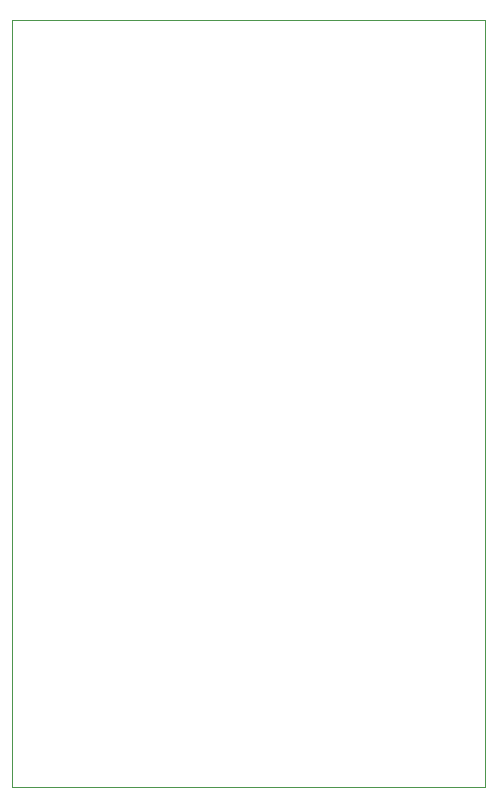
<source format=gm1>
%TF.GenerationSoftware,KiCad,Pcbnew,(5.1.10)-1*%
%TF.CreationDate,2021-08-25T17:12:23+08:00*%
%TF.ProjectId,wemos_board,77656d6f-735f-4626-9f61-72642e6b6963,rev?*%
%TF.SameCoordinates,Original*%
%TF.FileFunction,Profile,NP*%
%FSLAX46Y46*%
G04 Gerber Fmt 4.6, Leading zero omitted, Abs format (unit mm)*
G04 Created by KiCad (PCBNEW (5.1.10)-1) date 2021-08-25 17:12:23*
%MOMM*%
%LPD*%
G01*
G04 APERTURE LIST*
%TA.AperFunction,Profile*%
%ADD10C,0.050000*%
%TD*%
G04 APERTURE END LIST*
D10*
X150000000Y-125000000D02*
X150000000Y-124000000D01*
X110000000Y-125000000D02*
X150000000Y-125000000D01*
X110000000Y-124000000D02*
X110000000Y-125000000D01*
X150000000Y-124000000D02*
X150000000Y-60000000D01*
X110000000Y-60000000D02*
X110000000Y-124000000D01*
X150000000Y-60000000D02*
X110000000Y-60000000D01*
M02*

</source>
